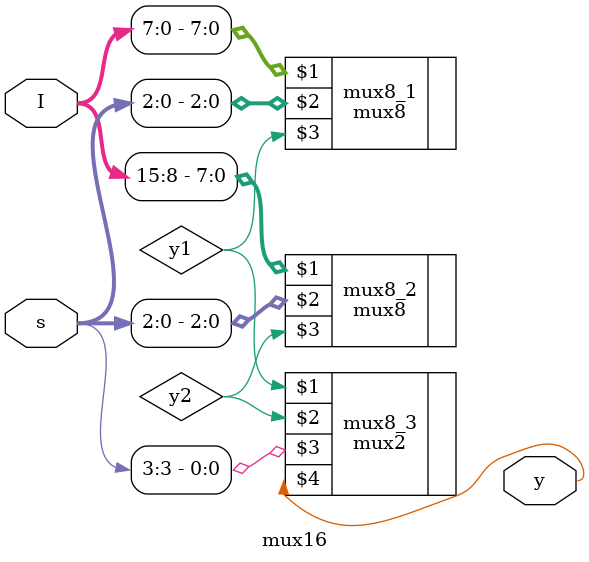
<source format=sv>
module mux16(

input logic [15:0] I,  //16 input + 4 select line
input logic [3:0] s,
output logic y
);
logic y1,y2;

mux8 mux8_1(I[7:0],s[2:0],y1);
mux8 mux8_2(I[15:8],s[2:0],y2);
mux2 mux8_3(y1,y2,s[3],y); // 8x1 mux is also can be used
endmodule

</source>
